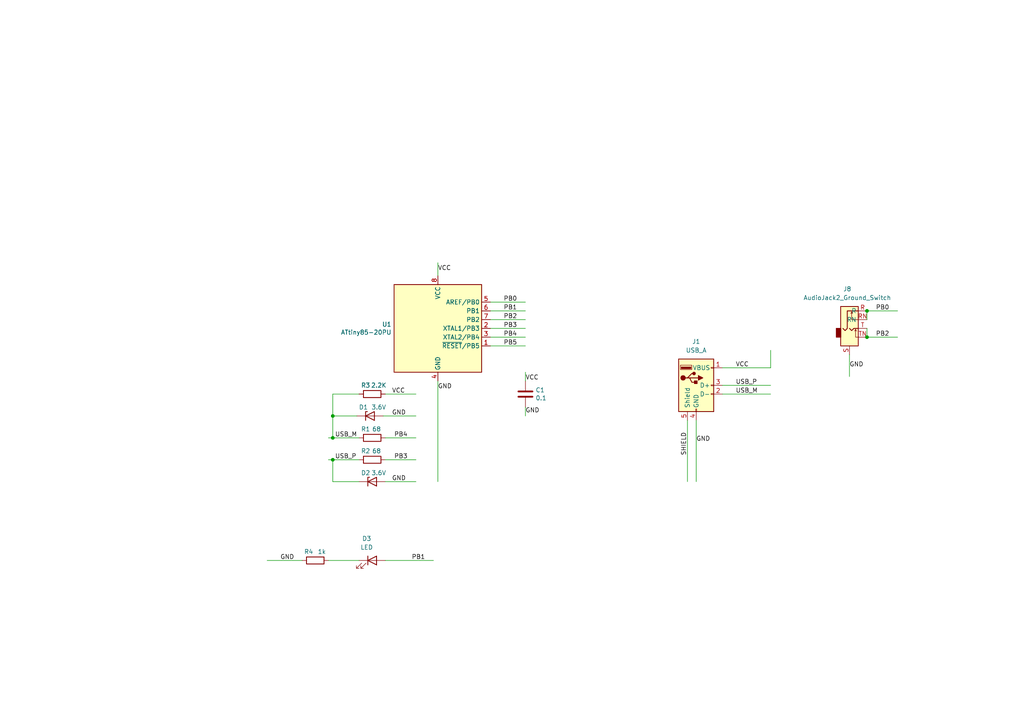
<source format=kicad_sch>
(kicad_sch (version 20211123) (generator eeschema)
  (paper "A4")
  (title_block (title "USB-to-PS2 adapter (Digispark-compatible)"))
  (lib_symbols
    (symbol "Connector:AudioJack2_Ground_Switch"
      (property "Reference" "J8" (at -0.635 11.43 0))
      (property "Value" "AudioJack2_Ground_Switch" (at -0.635 8.89 0))
      (symbol "AudioJack2_Ground_Switch_0_1"
        (rectangle (start -2.54 -2.54) (end -3.81 0) (stroke (width 0.254)) (fill (type outline)))
        (rectangle (start 2.54 6.35) (end -2.54 -5.08) (stroke (width 0.254)) (fill (type background)))
      )
      (symbol "AudioJack2_Ground_Switch_1_1"
        (polyline (pts (xy 0.635 4.826) (xy 0.889 4.318)))
        (polyline (pts (xy 1.778 -0.254) (xy 2.032 -0.762)))
        (polyline (pts (xy 0 0) (xy 0.635 -0.635) (xy 1.27 0) (xy 2.54 0)) (stroke (width 0.254)))
        (polyline (pts (xy 2.54 -2.54) (xy 1.778 -2.54) (xy 1.778 -0.254) (xy 1.524 -0.762)))
        (polyline (pts (xy 2.54 2.54) (xy 0.635 2.54) (xy 0.635 4.826) (xy 0.381 4.318)))
        (polyline (pts (xy 2.54 5.08) (xy -0.635 5.08) (xy -0.635 0) (xy -1.27 -0.635) (xy -1.905 0)) (stroke (width 0.254)))
        (pin passive line (at 5.08 5.08 180) (length 2.54) (name "R") (number "R"))
        (pin passive line (at 5.08 2.54 180) (length 2.54) (name "RN") (number "RN"))
        (pin passive line (at 0 -7.62 90) (length 2.54) (name "~") (number "S"))
        (pin passive line (at 5.08 0 180) (length 2.54) (name "~") (number "T"))
        (pin passive line (at 5.08 -2.54 180) (length 2.54) (name "~") (number "TN"))
      )
    )
    (symbol "Connector:USB_A" (pin_names (offset 1.016))
      (property "Reference" "J" (at -5.08 11.43 0))
      (property "Value" "USB_A" (at -5.08 8.89 0))
      (symbol "USB_A_0_1"
        (rectangle (start -5.08 -7.62) (end 5.08 7.62) (stroke (width 0.254)) (fill (type background)))
        (circle (center -3.81 2.159) (radius 0.635) (stroke (width 0.254)) (fill (type outline)))
        (rectangle (start -1.524 4.826) (end -4.318 5.334) (fill (type outline)))
        (rectangle (start -1.27 4.572) (end -4.572 5.842))
        (circle (center -0.635 3.429) (radius 0.381) (stroke (width 0.254)) (fill (type outline)))
        (rectangle (start -0.127 -7.62) (end 0.127 -6.858))
        (polyline (pts (xy -3.175 2.159) (xy -2.54 2.159) (xy -1.27 3.429) (xy -0.635 3.429)) (stroke (width 0.254)))
        (polyline (pts (xy -2.54 2.159) (xy -1.905 2.159) (xy -1.27 0.889) (xy 0 0.889)) (stroke (width 0.254)))
        (polyline (pts (xy 0.635 2.794) (xy 0.635 1.524) (xy 1.905 2.159) (xy 0.635 2.794)) (stroke (width 0.254)) (fill (type outline)))
        (rectangle (start 0.254 1.27) (end -0.508 0.508) (stroke (width 0.254)) (fill (type outline)))
        (rectangle (start 5.08 -2.667) (end 4.318 -2.413))
        (rectangle (start 5.08 -0.127) (end 4.318 0.127))
        (rectangle (start 5.08 4.953) (end 4.318 5.207))
      )
      (symbol "USB_A_1_1"
        (polyline (pts (xy -1.905 2.159) (xy 0.635 2.159)) (stroke (width 0.254)))
        (pin power_in line (at 7.62 5.08 180) (length 2.54) (name "VBUS") (number "1"))
        (pin bidirectional line (at 7.62 -2.54 180) (length 2.54) (name "D-") (number "2"))
        (pin bidirectional line (at 7.62 0 180) (length 2.54) (name "D+") (number "3"))
        (pin power_in line (at 0 -10.16 90) (length 2.54) (name "GND") (number "4"))
        (pin passive line (at -2.54 -10.16 90) (length 2.54) (name "Shield") (number "5"))
      )
    )
    (symbol "Device:C" (pin_numbers hide) (pin_names (offset 0.254))
      (property "Reference" "C" (at 0.635 2.54 0))
      (property "Value" "C" (at 0.635 -2.54 0))
      (symbol "C_0_1"
        (polyline (pts (xy -2.032 -0.762) (xy 2.032 -0.762)) (stroke (width 0.508)))
        (polyline (pts (xy -2.032 0.762) (xy 2.032 0.762)) (stroke (width 0.508)))
      )
      (symbol "C_1_1"
        (pin passive line (at 0 3.81 270) (length 2.794) (name "~") (number "1"))
        (pin passive line (at 0 -3.81 90) (length 2.794) (name "~") (number "2"))
      )
    )
    (symbol "Device:D_Zener" (pin_numbers hide) (pin_names (offset 1.016) hide)
      (property "Reference" "D" (at 0 2.54 0))
      (property "Value" "D_Zener" (at 0 -2.54 0))
      (symbol "D_Zener_0_1"
        (polyline (pts (xy 1.27 0) (xy -1.27 0)))
        (polyline (pts (xy -1.27 -1.27) (xy -1.27 1.27) (xy -0.762 1.27)) (stroke (width 0.254)))
        (polyline (pts (xy 1.27 -1.27) (xy 1.27 1.27) (xy -1.27 0) (xy 1.27 -1.27)) (stroke (width 0.254)))
      )
      (symbol "D_Zener_1_1"
        (pin passive line (at -3.81 0 0) (length 2.54) (name "K") (number "1"))
        (pin passive line (at 3.81 0 180) (length 2.54) (name "A") (number "2"))
      )
    )
    (symbol "Device:LED" (pin_numbers hide) (pin_names (offset 1.016) hide)
      (property "Reference" "D" (at 0 2.54 0))
      (property "Value" "LED" (at 0 -2.54 0))
      (symbol "LED_0_1"
        (polyline (pts (xy -1.27 -1.27) (xy -1.27 1.27)) (stroke (width 0.254)))
        (polyline (pts (xy -1.27 0) (xy 1.27 0)))
        (polyline (pts (xy 1.27 -1.27) (xy 1.27 1.27) (xy -1.27 0) (xy 1.27 -1.27)) (stroke (width 0.254)))
        (polyline (pts (xy -3.048 -0.762) (xy -4.572 -2.286) (xy -3.81 -2.286) (xy -4.572 -2.286) (xy -4.572 -1.524)))
        (polyline (pts (xy -1.778 -0.762) (xy -3.302 -2.286) (xy -2.54 -2.286) (xy -3.302 -2.286) (xy -3.302 -1.524)))
      )
      (symbol "LED_1_1"
        (pin passive line (at -3.81 0 0) (length 2.54) (name "K") (number "1"))
        (pin passive line (at 3.81 0 180) (length 2.54) (name "A") (number "2"))
      )
    )
    (symbol "Device:R" (pin_numbers hide) (pin_names (offset 0))
      (property "Reference" "R" (at 2.032 0 90))
      (property "Value" "R" (at 0 0 90))
      (symbol "R_0_1"
        (rectangle (start -1.016 -2.54) (end 1.016 2.54) (stroke (width 0.254)))
      )
      (symbol "R_1_1"
        (pin passive line (at 0 3.81 270) (length 1.27) (name "~") (number "1"))
        (pin passive line (at 0 -3.81 90) (length 1.27) (name "~") (number "2"))
      )
    )
    (symbol "usb-ps2-rescue:ATtiny85-20PU-MCU_Microchip_ATtiny"
      (property "Reference" "U" (at -12.7 13.97 0))
      (property "Value" "ATtiny85-20PU-MCU_Microchip_ATtiny" (at 2.54 -13.97 0))
      (symbol "ATtiny85-20PU-MCU_Microchip_ATtiny_0_1"
        (rectangle (start -12.7 -12.7) (end 12.7 12.7) (stroke (width 0.254)) (fill (type background)))
      )
      (symbol "ATtiny85-20PU-MCU_Microchip_ATtiny_1_1"
        (pin bidirectional line (at 15.24 -5.08 180) (length 2.54) (name "~{RESET}/PB5") (number "1"))
        (pin bidirectional line (at 15.24 0 180) (length 2.54) (name "XTAL1/PB3") (number "2"))
        (pin bidirectional line (at 15.24 -2.54 180) (length 2.54) (name "XTAL2/PB4") (number "3"))
        (pin power_in line (at 0 -15.24 90) (length 2.54) (name "GND") (number "4"))
        (pin bidirectional line (at 15.24 7.62 180) (length 2.54) (name "AREF/PB0") (number "5"))
        (pin bidirectional line (at 15.24 5.08 180) (length 2.54) (name "PB1") (number "6"))
        (pin bidirectional line (at 15.24 2.54 180) (length 2.54) (name "PB2") (number "7"))
        (pin power_in line (at 0 15.24 270) (length 2.54) (name "VCC") (number "8"))
      )
    )
  )
  (junction (at 96.52 127))
  (junction (at 251.46 90.17))
  (junction (at 96.52 133.35))
  (junction (at 251.46 97.79))
  (junction (at 96.52 120.65))
  (wire (pts (xy 251.46 90.17) (xy 251.46 92.71)))
  (wire (pts (xy 96.52 139.7) (xy 96.52 133.35)))
  (wire (pts (xy 104.14 114.3) (xy 96.52 114.3)))
  (wire (pts (xy 104.14 139.7) (xy 96.52 139.7)))
  (wire (pts (xy 142.24 87.63) (xy 152.4 87.63)))
  (wire (pts (xy 142.24 95.25) (xy 152.4 95.25)))
  (wire (pts (xy 127 80.01) (xy 127 76.2)))
  (wire (pts (xy 111.76 114.3) (xy 120.65 114.3)))
  (wire (pts (xy 199.39 121.92) (xy 199.39 139.7)))
  (wire (pts (xy 209.55 114.3) (xy 223.52 114.3)))
  (wire (pts (xy 142.24 97.79) (xy 152.4 97.79)))
  (wire (pts (xy 111.76 133.35) (xy 120.65 133.35)))
  (wire (pts (xy 142.24 100.33) (xy 152.4 100.33)))
  (wire (pts (xy 95.25 162.56) (xy 104.14 162.56)))
  (wire (pts (xy 251.46 95.25) (xy 251.46 97.79)))
  (wire (pts (xy 111.76 127) (xy 120.65 127)))
  (wire (pts (xy 142.24 90.17) (xy 152.4 90.17)))
  (wire (pts (xy 142.24 92.71) (xy 152.4 92.71)))
  (wire (pts (xy 251.46 97.79) (xy 260.35 97.79)))
  (wire (pts (xy 96.52 114.3) (xy 96.52 120.65)))
  (wire (pts (xy 104.14 133.35) (xy 96.52 133.35)))
  (wire (pts (xy 111.76 139.7) (xy 120.65 139.7)))
  (wire (pts (xy 111.125 120.65) (xy 120.65 120.65)))
  (wire (pts (xy 246.38 102.87) (xy 246.38 109.22)))
  (wire (pts (xy 209.55 106.68) (xy 223.52 106.68)))
  (wire (pts (xy 127 110.49) (xy 127 139.7)))
  (wire (pts (xy 96.52 127) (xy 95.25 127)))
  (wire (pts (xy 103.505 120.65) (xy 96.52 120.65)))
  (wire (pts (xy 223.52 106.68) (xy 223.52 101.6)))
  (wire (pts (xy 251.46 90.17) (xy 260.35 90.17)))
  (wire (pts (xy 77.47 162.56) (xy 87.63 162.56)))
  (wire (pts (xy 104.14 127) (xy 96.52 127)))
  (wire (pts (xy 201.93 121.92) (xy 201.93 139.7)))
  (wire (pts (xy 96.52 120.65) (xy 96.52 127)))
  (wire (pts (xy 152.4 110.49) (xy 152.4 107.95)))
  (wire (pts (xy 111.76 162.56) (xy 125.73 162.56)))
  (wire (pts (xy 152.4 118.11) (xy 152.4 120.65)))
  (wire (pts (xy 209.55 111.76) (xy 223.52 111.76)))
  (wire (pts (xy 96.52 133.35) (xy 95.25 133.35)))
  (label "PB2" (at 254 97.79 0))
  (label "PB3" (at 114.3 133.35 0))
  (label "GND" (at 113.665 120.65 0))
  (label "GND" (at 127 113.03 0))
  (label "VCC" (at 113.665 114.3 0))
  (label "PB3" (at 146.05 95.25 0))
  (label "PB5" (at 146.05 100.33 0))
  (label "PB0" (at 254 90.17 0))
  (label "GND" (at 201.93 128.27 0))
  (label "GND" (at 113.665 139.7 0))
  (label "USB_P" (at 97.155 133.35 0))
  (label "PB1" (at 119.38 162.56 0))
  (label "USB_M" (at 213.36 114.3 0))
  (label "PB1" (at 146.05 90.17 0))
  (label "VCC" (at 213.36 106.68 0))
  (label "GND" (at 152.4 120.015 0))
  (label "SHIELD" (at 199.39 132.08 90))
  (label "PB2" (at 146.05 92.71 0))
  (label "PB4" (at 114.3 127 0))
  (label "GND" (at 81.28 162.56 0))
  (label "VCC" (at 152.4 110.49 0))
  (label "PB0" (at 146.05 87.63 0))
  (label "VCC" (at 127 78.74 0))
  (label "GND" (at 246.38 106.68 0))
  (label "USB_P" (at 213.36 111.76 0))
  (label "USB_M" (at 97.155 127 0))
  (label "PB4" (at 146.05 97.79 0))
  (symbol (lib_id "usb-ps2-rescue:ATtiny85-20PU-MCU_Microchip_ATtiny") (at 127 95.25 0) (unit 1)
    (property "Reference" "U1" (at 113.5634 94.0816 0) (effects (justify right)))
    (property "Value" "ATtiny85-20PU" (at 113.5634 96.393 0) (effects (justify right)))
    (property "Footprint" "Package_DIP:DIP-8_W7.62mm" (effects hide))
    (property "Datasheet" "http://ww1.microchip.com/downloads/en/DeviceDoc/atmel-2586-avr-8-bit-microcontroller-attiny25-attiny45-attiny85_datasheet.pdf" (effects hide))
  )
  (symbol (lib_id "Device:R") (at 107.95 127 270) (unit 1)
    (property "Reference" "R1" (at 106.045 124.46 90))
    (property "Value" "68" (at 109.22 124.46 90))
    (property "Footprint" "Resistor_THT:R_Axial_DIN0204_L3.6mm_D1.6mm_P7.62mm_Horizontal" (effects hide))
  )
  (symbol (lib_id "Device:R") (at 107.95 133.35 270) (unit 1)
    (property "Reference" "R2" (at 106.045 130.81 90))
    (property "Value" "68" (at 109.22 130.81 90))
    (property "Footprint" "Resistor_THT:R_Axial_DIN0204_L3.6mm_D1.6mm_P7.62mm_Horizontal" (effects hide))
  )
  (symbol (lib_id "Device:D_Zener") (at 107.315 120.65 0) (unit 1)
    (property "Reference" "D1" (at 105.41 118.11 0))
    (property "Value" "3.6V" (at 109.855 118.11 0))
    (property "Footprint" "Diode_THT:D_DO-34_SOD68_P7.62mm_Horizontal" (effects hide))
  )
  (symbol (lib_id "Device:D_Zener") (at 107.95 139.7 0) (unit 1)
    (property "Reference" "D2" (at 106.045 137.16 0))
    (property "Value" "3.6V" (at 109.855 137.16 0))
    (property "Footprint" "Diode_THT:D_DO-34_SOD68_P7.62mm_Horizontal" (effects hide))
  )
  (symbol (lib_id "Device:R") (at 107.95 114.3 270) (unit 1)
    (property "Reference" "R3" (at 106.045 111.76 90))
    (property "Value" "2.2K" (at 109.855 111.76 90))
    (property "Footprint" "Resistor_SMD:R_0805_2012Metric_Pad1.20x1.40mm_HandSolder" (effects hide))
  )
  (symbol (lib_id "Device:C") (at 152.4 114.3 0) (unit 1)
    (property "Reference" "C1" (at 155.321 113.1316 0) (effects (justify left)))
    (property "Value" "0.1" (at 155.321 115.443 0) (effects (justify left)))
    (property "Footprint" "Capacitor_SMD:C_0805_2012Metric_Pad1.18x1.45mm_HandSolder" (effects hide))
  )
  (symbol (lib_id "Connector:USB_A") (at 201.93 111.76 0) (unit 1)
    (property "Reference" "J1" (at 201.93 99.06 0))
    (property "Value" "USB_A" (at 201.93 101.6 0))
    (property "Footprint" "Connector_USB:USB_A_CONNFLY_DS1095-WNR0" (effects hide))
    (property "Datasheet" " ~" (effects hide))
  )
  (symbol (lib_id "Connector:AudioJack2_Ground_Switch") (at 246.38 95.25 0) (unit 1)
    (property "Reference" "J8" (at 245.745 83.82 0))
    (property "Value" "AudioJack2_Ground_Switch" (at 245.745 86.36 0))
    (property "Footprint" "Connector_Audio:Jack_3.5mm_CUI_SJ1-3525N_Horizontal" (effects hide))
  )
  (symbol (lib_id "Device:R") (at 91.44 162.56 270) (unit 1)
    (property "Reference" "R4" (at 89.535 160.02 90))
    (property "Value" "1k" (at 93.345 160.02 90))
    (property "Footprint" "Resistor_SMD:R_0805_2012Metric_Pad1.20x1.40mm_HandSolder" (effects hide))
  )
  (symbol (lib_id "Device:LED") (at 107.95 162.56 0) (unit 1)
    (property "Reference" "D3" (at 106.3625 156.21 0))
    (property "Value" "LED" (at 106.3625 158.75 0))
    (property "Footprint" "LED_THT:LED_D3.0mm" (effects hide))
  )
)
</source>
